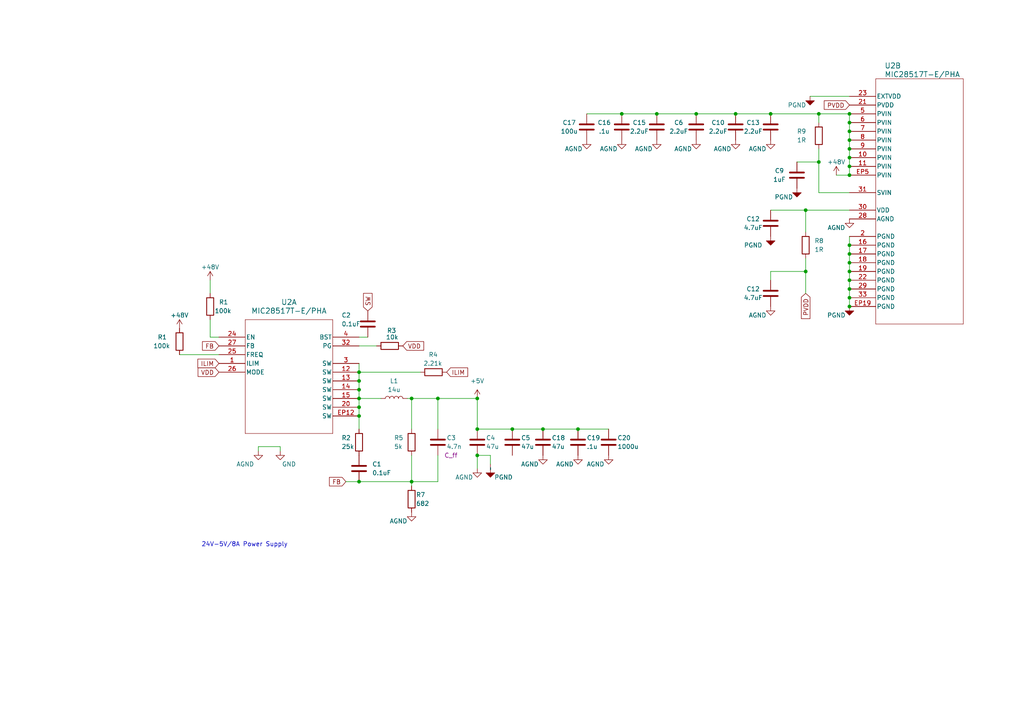
<source format=kicad_sch>
(kicad_sch (version 20230121) (generator eeschema)
  (paper "A4")
  (lib_symbols
    (symbol "Device:C" (pin_numbers hide) (pin_names (offset 0.254))
      (property "Reference" "C" (at 0.635 2.54 0))
      (property "Value" "C" (at 0.635 -2.54 0))
      (symbol "C_0_1"
        (polyline (pts (xy -2.032 -0.762) (xy 2.032 -0.762)) (stroke (width 0.508)))
        (polyline (pts (xy -2.032 0.762) (xy 2.032 0.762)) (stroke (width 0.508)))
      )
      (symbol "C_1_1"
        (pin passive line (at 0 3.81 270) (length 2.794) (name "~") (number "1"))
        (pin passive line (at 0 -3.81 90) (length 2.794) (name "~") (number "2"))
      )
    )
    (symbol "Device:L" (pin_numbers hide) (pin_names (offset 1.016) hide)
      (property "Reference" "L" (at -1.27 0 90))
      (property "Value" "L" (at 1.905 0 90))
      (symbol "L_0_1"
        (arc (start 0 -2.54) (mid 0.6323 -1.905) (end 0 -1.27))
        (arc (start 0 -1.27) (mid 0.6323 -0.635) (end 0 0))
        (arc (start 0 0) (mid 0.6323 0.635) (end 0 1.27))
        (arc (start 0 1.27) (mid 0.6323 1.905) (end 0 2.54))
      )
      (symbol "L_1_1"
        (pin passive line (at 0 3.81 270) (length 1.27) (name "1") (number "1"))
        (pin passive line (at 0 -3.81 90) (length 1.27) (name "2") (number "2"))
      )
    )
    (symbol "Device:R" (pin_numbers hide) (pin_names (offset 0))
      (property "Reference" "R" (at 2.032 0 90))
      (property "Value" "R" (at 0 0 90))
      (symbol "R_0_1"
        (rectangle (start -1.016 -2.54) (end 1.016 2.54) (stroke (width 0.254)))
      )
      (symbol "R_1_1"
        (pin passive line (at 0 3.81 270) (length 1.27) (name "~") (number "1"))
        (pin passive line (at 0 -3.81 90) (length 1.27) (name "~") (number "2"))
      )
    )
    (symbol "GND1_1" (power) (pin_names (offset 0))
      (property "Value" "PGND" (at 3.81 -2.54 0))
      (symbol "GND1_1_1_1"
        (polyline (pts (xy 0 0) (xy 0 -1.27) (xy 1.27 -1.27) (xy 0 -2.54) (xy -1.27 -1.27) (xy 0 -1.27)) (fill (type outline)))
        (pin power_in line (at 0 0 0) (length 0) hide (name "PGND") (number "1"))
      )
    )
    (symbol "GND_1" (power) (pin_names (offset 0))
      (property "Value" "GND_1" (at -3.81 -2.54 0))
      (symbol "GND_1_0_1"
        (polyline (pts (xy 0 0) (xy 0 -1.27) (xy 1.27 -1.27) (xy 0 -2.54) (xy -1.27 -1.27) (xy 0 -1.27)))
      )
      (symbol "GND_1_1_1"
        (pin power_in line (at 0 0 270) (length 0) hide (name "AGND") (number "1"))
      )
    )
    (symbol "MIC28517T-E-PHA:MIC28517T-E_PHA" (pin_names (offset 0.254))
      (property "Reference" "U" (at 20.32 10.16 0))
      (property "Value" "MIC28517T-E/PHA" (at 20.32 7.62 0))
      (symbol "MIC28517T-E_PHA_1_1"
        (polyline (pts (xy 7.62 -27.94) (xy 33.02 -27.94)) (stroke (width 0.127)))
        (polyline (pts (xy 7.62 5.08) (xy 7.62 -27.94)) (stroke (width 0.127)))
        (polyline (pts (xy 33.02 -27.94) (xy 33.02 5.08)) (stroke (width 0.127)))
        (polyline (pts (xy 33.02 5.08) (xy 7.62 5.08)) (stroke (width 0.127)))
        (pin input line (at 0 -7.62 0) (length 7.62) (name "ILIM") (number "1"))
        (pin output line (at 40.64 -10.16 180) (length 7.62) (name "SW") (number "12"))
        (pin output line (at 40.64 -12.7 180) (length 7.62) (name "SW") (number "13"))
        (pin output line (at 40.64 -15.24 180) (length 7.62) (name "SW") (number "14"))
        (pin output line (at 40.64 -17.78 180) (length 7.62) (name "SW") (number "15"))
        (pin output line (at 40.64 -20.32 180) (length 7.62) (name "SW") (number "20"))
        (pin input line (at 0 0 0) (length 7.62) (name "EN") (number "24"))
        (pin input line (at 0 -5.08 0) (length 7.62) (name "FREQ") (number "25"))
        (pin input line (at 0 -10.16 0) (length 7.62) (name "MODE") (number "26"))
        (pin input line (at 0 -2.54 0) (length 7.62) (name "FB") (number "27"))
        (pin output line (at 40.64 -7.62 180) (length 7.62) (name "SW") (number "3"))
        (pin output line (at 40.64 -2.54 180) (length 7.62) (name "PG") (number "32"))
        (pin output line (at 40.64 0 180) (length 7.62) (name "BST") (number "4"))
        (pin output line (at 40.64 -22.86 180) (length 7.62) (name "SW") (number "EP12"))
      )
      (symbol "MIC28517T-E_PHA_2_1"
        (polyline (pts (xy 7.62 -66.04) (xy 33.02 -66.04)) (stroke (width 0.127)))
        (polyline (pts (xy 7.62 5.08) (xy 7.62 -66.04)) (stroke (width 0.127)))
        (polyline (pts (xy 33.02 -66.04) (xy 33.02 5.08)) (stroke (width 0.127)))
        (polyline (pts (xy 33.02 5.08) (xy 7.62 5.08)) (stroke (width 0.127)))
        (pin power_in line (at 0 -17.78 0) (length 7.62) (name "PVIN") (number "10"))
        (pin power_in line (at 0 -20.32 0) (length 7.62) (name "PVIN") (number "11"))
        (pin power_out line (at 0 -43.18 0) (length 7.62) (name "PGND") (number "16"))
        (pin power_out line (at 0 -45.72 0) (length 7.62) (name "PGND") (number "17"))
        (pin power_out line (at 0 -48.26 0) (length 7.62) (name "PGND") (number "18"))
        (pin power_out line (at 0 -50.8 0) (length 7.62) (name "PGND") (number "19"))
        (pin power_out line (at 0 -40.64 0) (length 7.62) (name "PGND") (number "2"))
        (pin power_in line (at 0 -2.54 0) (length 7.62) (name "PVDD") (number "21"))
        (pin power_out line (at 0 -53.34 0) (length 7.62) (name "PGND") (number "22"))
        (pin power_in line (at 0 0 0) (length 7.62) (name "EXTVDD") (number "23"))
        (pin power_out line (at 0 -35.56 0) (length 7.62) (name "AGND") (number "28"))
        (pin power_out line (at 0 -55.88 0) (length 7.62) (name "PGND") (number "29"))
        (pin power_in line (at 0 -33.02 0) (length 7.62) (name "VDD") (number "30"))
        (pin power_in line (at 0 -27.94 0) (length 7.62) (name "SVIN") (number "31"))
        (pin power_out line (at 0 -58.42 0) (length 7.62) (name "PGND") (number "33"))
        (pin power_in line (at 0 -5.08 0) (length 7.62) (name "PVIN") (number "5"))
        (pin power_in line (at 0 -7.62 0) (length 7.62) (name "PVIN") (number "6"))
        (pin power_in line (at 0 -10.16 0) (length 7.62) (name "PVIN") (number "7"))
        (pin power_in line (at 0 -12.7 0) (length 7.62) (name "PVIN") (number "8"))
        (pin power_in line (at 0 -15.24 0) (length 7.62) (name "PVIN") (number "9"))
        (pin power_out line (at 0 -60.96 0) (length 7.62) (name "PGND") (number "EP19"))
        (pin power_in line (at 0 -22.86 0) (length 7.62) (name "PVIN") (number "EP5"))
      )
    )
    (symbol "dmx_components_library:gnd_bridge"
      (property "Reference" "B" (at 0 0 0))
      (symbol "gnd_bridge_0_1"
        (polyline (pts (xy 0 0) (xy 1.27 0)))
      )
      (symbol "gnd_bridge_1_1"
        (pin power_in line (at 0 0 270) (length 0) hide (name "1") (number "1"))
        (pin power_in line (at 1.27 0 270) (length 0) hide (name "2") (number "2"))
      )
    )
    (symbol "power:+48V" (power) (pin_names (offset 0))
      (property "Value" "+48V" (at 0 3.556 0))
      (symbol "+48V_0_1"
        (polyline (pts (xy -0.762 1.27) (xy 0 2.54)))
        (polyline (pts (xy 0 0) (xy 0 2.54)))
        (polyline (pts (xy 0 2.54) (xy 0.762 1.27)))
      )
      (symbol "+48V_1_1"
        (pin power_in line (at 0 0 90) (length 0) hide (name "+48V") (number "1"))
      )
    )
    (symbol "power:+5V" (power) (pin_names (offset 0))
      (property "Value" "+5V" (at 0 3.556 0))
      (symbol "+5V_0_1"
        (polyline (pts (xy -0.762 1.27) (xy 0 2.54)))
        (polyline (pts (xy 0 0) (xy 0 2.54)))
        (polyline (pts (xy 0 2.54) (xy 0.762 1.27)))
      )
      (symbol "+5V_1_1"
        (pin power_in line (at 0 0 90) (length 0) hide (name "+5V") (number "1"))
      )
    )
    (symbol "power:GND" (power) (pin_names (offset 0))
      (property "Value" "GND" (at 0 -3.81 0))
      (symbol "GND_0_1"
        (polyline (pts (xy 0 0) (xy 0 -1.27) (xy 1.27 -1.27) (xy 0 -2.54) (xy -1.27 -1.27) (xy 0 -1.27)))
      )
      (symbol "GND_1_1"
        (pin power_in line (at 0 0 270) (length 0) hide (name "GND") (number "1"))
      )
    )
  )
  (junction (at 237.49 46.99))
  (junction (at 157.48 124.46))
  (junction (at 233.68 78.74))
  (junction (at 104.14 118.11))
  (junction (at 246.38 50.8))
  (junction (at 119.38 115.57))
  (junction (at 246.38 33.02))
  (junction (at 104.14 113.03))
  (junction (at 246.38 88.9))
  (junction (at 138.43 124.46))
  (junction (at 233.68 60.96))
  (junction (at 104.14 107.95))
  (junction (at 148.59 124.46))
  (junction (at 138.43 115.57))
  (junction (at 246.38 76.2))
  (junction (at 138.43 132.08))
  (junction (at 167.64 124.46))
  (junction (at 246.38 48.26))
  (junction (at 246.38 83.82))
  (junction (at 127 115.57))
  (junction (at 180.34 33.02))
  (junction (at 104.14 120.65))
  (junction (at 246.38 73.66))
  (junction (at 246.38 35.56))
  (junction (at 246.38 81.28))
  (junction (at 213.36 33.02))
  (junction (at 246.38 40.64))
  (junction (at 246.38 45.72))
  (junction (at 104.14 110.49))
  (junction (at 246.38 43.18))
  (junction (at 246.38 78.74))
  (junction (at 246.38 38.1))
  (junction (at 237.49 33.02))
  (junction (at 246.38 86.36))
  (junction (at 201.93 33.02))
  (junction (at 190.5 33.02))
  (junction (at 104.14 115.57))
  (junction (at 246.38 71.12))
  (junction (at 119.38 139.7))
  (junction (at 104.14 139.7))
  (junction (at 223.52 33.02))
  (wire (pts (xy 246.38 48.26) (xy 246.38 45.72)))
  (wire (pts (xy 246.38 81.28) (xy 246.38 83.82)))
  (wire (pts (xy 201.93 33.02) (xy 213.36 33.02)))
  (wire (pts (xy 246.38 35.56) (xy 246.38 38.1)))
  (wire (pts (xy 119.38 139.7) (xy 127 139.7)))
  (wire (pts (xy 246.38 73.66) (xy 246.38 76.2)))
  (wire (pts (xy 60.96 81.28) (xy 60.96 85.09)))
  (wire (pts (xy 246.38 71.12) (xy 246.38 73.66)))
  (wire (pts (xy 246.38 38.1) (xy 246.38 40.64)))
  (wire (pts (xy 242.57 50.8) (xy 246.38 50.8)))
  (wire (pts (xy 118.11 115.57) (xy 119.38 115.57)))
  (wire (pts (xy 104.14 115.57) (xy 104.14 118.11)))
  (wire (pts (xy 119.38 115.57) (xy 119.38 124.46)))
  (wire (pts (xy 157.48 124.46) (xy 167.64 124.46)))
  (wire (pts (xy 104.14 110.49) (xy 104.14 113.03)))
  (wire (pts (xy 74.93 129.54) (xy 74.93 130.81)))
  (wire (pts (xy 119.38 132.08) (xy 119.38 139.7)))
  (wire (pts (xy 223.52 33.02) (xy 237.49 33.02)))
  (wire (pts (xy 104.14 118.11) (xy 104.14 120.65)))
  (wire (pts (xy 213.36 33.02) (xy 223.52 33.02)))
  (wire (pts (xy 104.14 120.65) (xy 104.14 124.46)))
  (wire (pts (xy 138.43 124.46) (xy 148.59 124.46)))
  (wire (pts (xy 233.68 60.96) (xy 233.68 67.31)))
  (wire (pts (xy 119.38 140.97) (xy 119.38 139.7)))
  (wire (pts (xy 127 139.7) (xy 127 132.08)))
  (wire (pts (xy 246.38 86.36) (xy 246.38 88.9)))
  (wire (pts (xy 237.49 46.99) (xy 237.49 55.88)))
  (wire (pts (xy 246.38 40.64) (xy 246.38 43.18)))
  (wire (pts (xy 138.43 132.08) (xy 138.43 135.89)))
  (wire (pts (xy 233.68 60.96) (xy 246.38 60.96)))
  (wire (pts (xy 104.14 113.03) (xy 104.14 115.57)))
  (wire (pts (xy 234.95 27.94) (xy 246.38 27.94)))
  (wire (pts (xy 246.38 78.74) (xy 246.38 81.28)))
  (wire (pts (xy 180.34 33.02) (xy 190.5 33.02)))
  (wire (pts (xy 246.38 33.02) (xy 246.38 35.56)))
  (wire (pts (xy 246.38 45.72) (xy 246.38 43.18)))
  (wire (pts (xy 81.28 129.54) (xy 74.93 129.54)))
  (wire (pts (xy 237.49 55.88) (xy 246.38 55.88)))
  (wire (pts (xy 237.49 33.02) (xy 246.38 33.02)))
  (wire (pts (xy 246.38 48.26) (xy 246.38 50.8)))
  (wire (pts (xy 170.18 33.02) (xy 180.34 33.02)))
  (wire (pts (xy 246.38 76.2) (xy 246.38 78.74)))
  (wire (pts (xy 246.38 83.82) (xy 246.38 86.36)))
  (wire (pts (xy 119.38 115.57) (xy 127 115.57)))
  (wire (pts (xy 246.38 68.58) (xy 246.38 71.12)))
  (wire (pts (xy 52.07 102.87) (xy 63.5 102.87)))
  (wire (pts (xy 138.43 132.08) (xy 142.24 132.08)))
  (wire (pts (xy 148.59 124.46) (xy 157.48 124.46)))
  (wire (pts (xy 104.14 107.95) (xy 121.92 107.95)))
  (wire (pts (xy 223.52 81.28) (xy 223.52 78.74)))
  (wire (pts (xy 237.49 33.02) (xy 237.49 35.56)))
  (wire (pts (xy 100.33 139.7) (xy 104.14 139.7)))
  (wire (pts (xy 223.52 78.74) (xy 233.68 78.74)))
  (wire (pts (xy 104.14 100.33) (xy 109.22 100.33)))
  (wire (pts (xy 60.96 97.79) (xy 63.5 97.79)))
  (wire (pts (xy 142.24 132.08) (xy 142.24 134.62)))
  (wire (pts (xy 190.5 33.02) (xy 201.93 33.02)))
  (wire (pts (xy 127 115.57) (xy 138.43 115.57)))
  (wire (pts (xy 127 124.46) (xy 127 115.57)))
  (wire (pts (xy 81.28 130.81) (xy 81.28 129.54)))
  (wire (pts (xy 237.49 43.18) (xy 237.49 46.99)))
  (wire (pts (xy 223.52 60.96) (xy 233.68 60.96)))
  (wire (pts (xy 231.14 46.99) (xy 237.49 46.99)))
  (wire (pts (xy 104.14 139.7) (xy 119.38 139.7)))
  (wire (pts (xy 233.68 74.93) (xy 233.68 78.74)))
  (wire (pts (xy 104.14 115.57) (xy 110.49 115.57)))
  (wire (pts (xy 104.14 107.95) (xy 104.14 110.49)))
  (wire (pts (xy 167.64 124.46) (xy 176.53 124.46)))
  (wire (pts (xy 60.96 92.71) (xy 60.96 97.79)))
  (wire (pts (xy 138.43 115.57) (xy 138.43 124.46)))
  (wire (pts (xy 104.14 105.41) (xy 104.14 107.95)))
  (wire (pts (xy 106.68 97.79) (xy 104.14 97.79)))
  (wire (pts (xy 233.68 78.74) (xy 233.68 85.09)))
  (text "24V-5V/8A Power Supply\n" (at 58.42 158.75 0) (effects (font (size 1.27 1.27)) (justify left bottom)))
  (global_label "PVDD" (shape input) (at 246.38 30.48 180) (property "Intersheetrefs" "${INTERSHEET_REFS}" (effects hide)))
  (global_label "ILIM" (shape input) (at 63.5 105.41 180) (property "Intersheetrefs" "${INTERSHEET_REFS}" (effects hide)))
  (global_label "VDD" (shape input) (at 63.5 107.95 180) (property "Intersheetrefs" "${INTERSHEET_REFS}" (effects hide)))
  (global_label "FB" (shape input) (at 100.33 139.7 180) (property "Intersheetrefs" "${INTERSHEET_REFS}" (effects hide)))
  (global_label "SW" (shape input) (at 106.68 90.17 90) (property "Intersheetrefs" "${INTERSHEET_REFS}" (effects hide)))
  (global_label "VDD" (shape input) (at 116.84 100.33 0) (property "Intersheetrefs" "${INTERSHEET_REFS}" (effects hide)))
  (global_label "PVDD" (shape input) (at 233.68 85.09 270) (property "Intersheetrefs" "${INTERSHEET_REFS}" (effects hide)))
  (global_label "FB" (shape input) (at 63.5 100.33 180) (property "Intersheetrefs" "${INTERSHEET_REFS}" (effects hide)))
  (global_label "ILIM" (shape input) (at 129.54 107.95 0) (property "Intersheetrefs" "${INTERSHEET_REFS}" (effects hide)))
  (symbol (lib_id "Device:C") (at 223.52 36.83 180) (unit 1)
    (property "Reference" "C13" (at 218.44 35.56 0))
    (property "Value" "2.2uF" (at 218.44 38.1 0))
    (instances (project "dmxRx" (path "" (reference "C13") (unit 1)) (path "" (reference "C34") (unit 1))))
  )
  (symbol (lib_name "GND_1") (lib_id "power:GND") (at 190.5 40.64 0) (unit 1)
    (property "Reference" "#PWR043" (effects hide))
    (property "Value" "AGND" (at 186.69 43.18 0))
    (instances (project "dmxRx" (path "" (reference "#PWR043") (unit 1)) (path "" (reference "#PWR062") (unit 1))))
  )
  (symbol (lib_id "power:+48V") (at 242.57 50.8 0) (unit 1)
    (property "Reference" "#PWR033" (effects hide))
    (property "Value" "+48V" (at 242.57 46.99 0))
    (instances (project "dmxRx" (path "" (reference "#PWR033") (unit 1)) (path "" (reference "#PWR070") (unit 1))))
  )
  (symbol (lib_name "GND1_1") (lib_id "power:GND1") (at 142.24 135.89 0) (unit 1)
    (property "Reference" "#PWR014" (effects hide))
    (property "Value" "PGND" (at 146.05 138.43 0))
    (instances (project "dmxRx" (path "" (reference "#PWR014") (unit 1)) (path "" (reference "#PWR056") (unit 1))))
  )
  (symbol (lib_id "Device:C") (at 104.14 135.89 0) (unit 1)
    (property "Reference" "C1" (at 107.95 134.62 0) (effects (justify left)))
    (property "Value" "0.1uF" (at 107.95 137.16 0) (effects (justify left)))
    (instances (project "dmxRx" (path "" (reference "C1") (unit 1)) (path "" (reference "C21") (unit 1))))
  )
  (symbol (lib_id "Device:R") (at 125.73 107.95 90) (unit 1)
    (property "Reference" "R4" (at 127 102.87 90) (effects (justify left)))
    (property "Value" "2.21k" (at 128.27 105.41 90) (effects (justify left)))
    (property "Footprint" "Resistor_SMD:R_0402_1005Metric_Pad0.72x0.64mm_HandSolder" (effects hide))
    (property "Vendor" "https://www.digikey.com/en/products/detail/yageo/RC0402FR-072K21L/726554" (effects hide))
    (instances (project "dmxRx" (path "" (reference "R4") (unit 1)) (path "" (reference "R19") (unit 1))))
  )
  (symbol (lib_id "power:+5V") (at 138.43 115.57 0) (unit 1)
    (property "Reference" "#PWR012" (effects hide))
    (property "Value" "+5V" (at 138.43 110.49 0))
    (instances (project "dmxRx" (path "" (reference "#PWR012") (unit 1)) (path "" (reference "#PWR054") (unit 1))))
  )
  (symbol (lib_id "Device:R") (at 233.68 71.12 0) (unit 1)
    (property "Reference" "R8" (at 236.22 69.85 0) (effects (justify left)))
    (property "Value" "1R" (at 236.22 72.39 0) (effects (justify left)))
    (property "Footprint" "Resistor_SMD:R_0201_0603Metric_Pad0.64x0.40mm_HandSolder" (effects hide))
    (instances (project "dmxRx" (path "" (reference "R8") (unit 1)) (path "" (reference "R20") (unit 1))))
  )
  (symbol (lib_id "Device:C") (at 148.59 128.27 0) (unit 1)
    (property "Reference" "C5" (at 151.13 127 0) (effects (justify left)))
    (property "Value" "47u" (at 151.13 129.54 0) (effects (justify left)))
    (instances (project "dmxRx" (path "" (reference "C5") (unit 1)) (path "" (reference "C25") (unit 1))))
  )
  (symbol (lib_id "Device:C") (at 201.93 36.83 180) (unit 1)
    (property "Reference" "C6" (at 196.85 35.56 0))
    (property "Value" "2.2uF" (at 196.85 38.1 0))
    (instances (project "dmxRx" (path "" (reference "C6") (unit 1)) (path "" (reference "C32") (unit 1))))
  )
  (symbol (lib_id "Device:C") (at 190.5 36.83 180) (unit 1)
    (property "Reference" "C15" (at 185.42 35.56 0))
    (property "Value" "2.2uF" (at 185.42 38.1 0))
    (instances (project "dmxRx" (path "" (reference "C15") (unit 1)) (path "" (reference "C31") (unit 1))))
  )
  (symbol (lib_name "GND_1") (lib_id "power:GND") (at 213.36 40.64 0) (unit 1)
    (property "Reference" "#PWR031" (effects hide))
    (property "Value" "AGND" (at 209.55 43.18 0))
    (instances (project "dmxRx" (path "" (reference "#PWR031") (unit 1)) (path "" (reference "#PWR064") (unit 1))))
  )
  (symbol (lib_id "Device:R") (at 52.07 99.06 0) (unit 1)
    (property "Reference" "R1" (at 45.72 97.79 0) (effects (justify left)))
    (property "Value" "100k" (at 44.45 100.33 0) (effects (justify left)))
    (property "Footprint" "Resistor_SMD:R_0402_1005Metric_Pad0.72x0.64mm_HandSolder" (effects hide))
    (property "Vendor" "https://www.digikey.com/en/products/detail/susumu/RR0510P-104-D/432443" (effects hide))
  )
  (symbol (lib_id "Device:C") (at 223.52 64.77 180) (unit 1)
    (property "Reference" "C12" (at 218.44 63.5 0))
    (property "Value" "4.7uF" (at 218.44 66.04 0))
    (instances (project "dmxRx" (path "" (reference "C12") (unit 1)) (path "" (reference "C1") (unit 1))))
  )
  (symbol (lib_id "Device:C") (at 180.34 36.83 180) (unit 1)
    (property "Reference" "C16" (at 175.26 35.56 0))
    (property "Value" ".1u" (at 175.26 38.1 0))
    (instances (project "dmxRx" (path "" (reference "C16") (unit 1)) (path "" (reference "C29") (unit 1))))
  )
  (symbol (lib_id "power:GND") (at 81.28 130.81 0) (unit 1)
    (property "Reference" "#PWR010" (effects hide))
    (property "Value" "GND" (at 83.82 134.62 0))
    (instances (project "dmxRx" (path "" (reference "#PWR010") (unit 1)) (path "" (reference "#PWR052") (unit 1))))
  )
  (symbol (lib_id "Device:C") (at 231.14 50.8 180) (unit 1)
    (property "Reference" "C9" (at 226.06 49.53 0))
    (property "Value" "1uF" (at 226.06 52.07 0))
    (instances (project "dmxRx" (path "" (reference "C9") (unit 1)) (path "" (reference "C37") (unit 1))))
  )
  (symbol (lib_name "GND_1") (lib_id "power:GND") (at 170.18 40.64 0) (unit 1)
    (property "Reference" "#PWR045" (effects hide))
    (property "Value" "AGND" (at 166.37 43.18 0))
    (instances (project "dmxRx" (path "" (reference "#PWR045") (unit 1)) (path "" (reference "#PWR058") (unit 1))))
  )
  (symbol (lib_id "Device:R") (at 119.38 128.27 0) (unit 1)
    (property "Reference" "R5" (at 114.3 127 0) (effects (justify left)))
    (property "Value" "5k" (at 114.3 129.54 0) (effects (justify left)))
    (property "Footprint" "Resistor_SMD:R_0201_0603Metric_Pad0.64x0.40mm_HandSolder" (effects hide))
    (property "Vendor" "https://www.digikey.com/en/products/detail/yageo/RT0603BRE075KL/7708365" (effects hide))
    (instances (project "dmxRx" (path "" (reference "R5") (unit 1)) (path "" (reference "R17") (unit 1))))
  )
  (symbol (lib_name "GND_1") (lib_id "power:GND") (at 176.53 132.08 0) (unit 1)
    (property "Reference" "#PWR046" (effects hide))
    (property "Value" "AGND" (at 172.72 134.62 0))
    (instances (project "dmxRx" (path "" (reference "#PWR046") (unit 1)) (path "" (reference "#PWR061") (unit 1))))
  )
  (symbol (lib_name "GND_1") (lib_id "power:GND") (at 74.93 130.81 0) (unit 1)
    (property "Reference" "#PWR08" (effects hide))
    (property "Value" "AGND" (at 71.12 134.62 0))
    (instances (project "dmxRx" (path "" (reference "#PWR08") (unit 1)) (path "" (reference "#PWR051") (unit 1))))
  )
  (symbol (lib_id "Device:C") (at 213.36 36.83 180) (unit 1)
    (property "Reference" "C10" (at 208.28 35.56 0))
    (property "Value" "2.2uF" (at 208.28 38.1 0))
    (instances (project "dmxRx" (path "" (reference "C10") (unit 1)) (path "" (reference "C33") (unit 1))))
  )
  (symbol (lib_name "GND_1") (lib_id "power:GND") (at 246.38 63.5 0) (unit 1)
    (property "Reference" "#PWR034" (effects hide))
    (property "Value" "AGND" (at 242.57 66.04 0))
    (instances (project "dmxRx" (path "" (reference "#PWR034") (unit 1)) (path "" (reference "#PWR071") (unit 1))))
  )
  (symbol (lib_name "GND1_1") (lib_id "power:GND1") (at 246.38 88.9 0) (unit 1)
    (property "Reference" "#PWR039" (effects hide))
    (property "Value" "PGND" (at 242.57 91.44 0))
    (instances (project "dmxRx" (path "" (reference "#PWR039") (unit 1)) (path "" (reference "#PWR072") (unit 1))))
  )
  (symbol (lib_name "GND_1") (lib_id "power:GND") (at 223.52 88.9 0) (unit 1)
    (property "Reference" "#PWR030" (effects hide))
    (property "Value" "AGND" (at 219.71 91.44 0))
    (instances (project "dmxRx" (path "" (reference "#PWR030") (unit 1)) (path "" (reference "#PWR067") (unit 1))))
  )
  (symbol (lib_id "power:+48V") (at 52.07 95.25 0) (unit 1)
    (property "Reference" "#PWR06" (effects hide))
    (property "Value" "+48V" (at 52.07 91.44 0))
  )
  (symbol (lib_name "GND_1") (lib_id "power:GND") (at 138.43 135.89 0) (unit 1)
    (property "Reference" "#PWR013" (effects hide))
    (property "Value" "AGND" (at 134.62 138.43 0))
    (instances (project "dmxRx" (path "" (reference "#PWR013") (unit 1)) (path "" (reference "#PWR055") (unit 1))))
  )
  (symbol (lib_id "power:+48V") (at 60.96 81.28 0) (unit 1)
    (property "Reference" "#PWR07" (effects hide))
    (property "Value" "+48V" (at 60.96 77.47 0))
    (instances (project "dmxRx" (path "" (reference "#PWR07") (unit 1)) (path "" (reference "#PWR050") (unit 1))))
  )
  (symbol (lib_id "dmx_components_library:gnd_bridge") (at 142.24 135.89 90) (unit 1)
    (property "Reference" "B1" (effects hide))
    (property "Value" "~" (at 142.24 135.89 0))
    (property "Footprint" "gnd_bridge:gnd_bridge" (effects hide))
    (property "Vendor" "N/A" (effects hide))
    (instances (project "dmxRx" (path "" (reference "B1") (unit 1)) (path "" (reference "B2") (unit 1))))
  )
  (symbol (lib_id "Device:R") (at 113.03 100.33 90) (unit 1)
    (property "Reference" "R3" (at 114.935 95.885 90) (effects (justify left)))
    (property "Value" "10k" (at 115.57 97.79 90) (effects (justify left)))
    (property "Footprint" "Resistor_SMD:R_0402_1005Metric_Pad0.72x0.64mm_HandSolder" (effects hide))
    (property "Vendor" "https://www.digikey.com/en/products/detail/yageo/AC0402FR-0710KL/5895030" (effects hide))
    (instances (project "dmxRx" (path "" (reference "R3") (unit 1)) (path "" (reference "R16") (unit 1))))
  )
  (symbol (lib_name "GND_1") (lib_id "power:GND") (at 157.48 132.08 0) (unit 1)
    (property "Reference" "#PWR048" (effects hide))
    (property "Value" "AGND" (at 153.67 134.62 0))
    (instances (project "dmxRx" (path "" (reference "#PWR048") (unit 1)) (path "" (reference "#PWR057") (unit 1))))
  )
  (symbol (lib_id "Device:C") (at 167.64 128.27 0) (unit 1)
    (property "Reference" "C19" (at 170.18 127 0) (effects (justify left)))
    (property "Value" ".1u" (at 170.18 129.54 0) (effects (justify left)))
    (instances (project "dmxRx" (path "" (reference "C19") (unit 1)) (path "" (reference "C28") (unit 1))))
  )
  (symbol (lib_name "GND_1") (lib_id "power:GND") (at 180.34 40.64 0) (unit 1)
    (property "Reference" "#PWR044" (effects hide))
    (property "Value" "AGND" (at 176.53 43.18 0))
    (instances (project "dmxRx" (path "" (reference "#PWR044") (unit 1)) (path "" (reference "#PWR060") (unit 1))))
  )
  (symbol (lib_name "GND_1") (lib_id "power:GND") (at 223.52 40.64 0) (unit 1)
    (property "Reference" "#PWR040" (effects hide))
    (property "Value" "AGND" (at 219.71 43.18 0))
    (instances (project "dmxRx" (path "" (reference "#PWR040") (unit 1)) (path "" (reference "#PWR065") (unit 1))))
  )
  (symbol (lib_id "Device:C") (at 127 128.27 0) (unit 1)
    (property "Reference" "C3" (at 129.54 127 0) (effects (justify left)))
    (property "Value" "4.7n" (at 129.54 129.54 0) (effects (justify left)))
    (property "Purpose" "C_ff" (at 130.81 132.08 0))
    (instances (project "dmxRx" (path "" (reference "C3") (unit 1)) (path "" (reference "C23") (unit 1))))
  )
  (symbol (lib_id "Device:C") (at 176.53 128.27 0) (unit 1)
    (property "Reference" "C20" (at 179.07 127 0) (effects (justify left)))
    (property "Value" "1000u" (at 179.07 129.54 0) (effects (justify left)))
    (instances (project "dmxRx" (path "" (reference "C20") (unit 1)) (path "" (reference "C30") (unit 1))))
  )
  (symbol (lib_id "Device:C") (at 170.18 36.83 180) (unit 1)
    (property "Reference" "C17" (at 165.1 35.56 0))
    (property "Value" "100u" (at 165.1 38.1 0))
    (instances (project "dmxRx" (path "" (reference "C17") (unit 1)) (path "" (reference "C27") (unit 1))))
  )
  (symbol (lib_id "Device:C") (at 106.68 93.98 0) (unit 1)
    (property "Reference" "C2" (at 99.06 91.44 0) (effects (justify left)))
    (property "Value" "0.1uF" (at 99.06 93.98 0) (effects (justify left)))
    (property "Purpose" "C_boostrap" (effects hide))
    (instances (project "dmxRx" (path "" (reference "C2") (unit 1)) (path "" (reference "C22") (unit 1))))
  )
  (symbol (lib_name "GND1_1") (lib_id "power:GND1") (at 234.95 27.94 0) (unit 1)
    (property "Reference" "#PWR032" (effects hide))
    (property "Value" "PGND" (at 231.14 30.48 0))
    (instances (project "dmxRx" (path "" (reference "#PWR032") (unit 1)) (path "" (reference "#PWR069") (unit 1))))
  )
  (symbol (lib_id "MIC28517T-E-PHA:MIC28517T-E_PHA") (at 63.5 97.79 0) (unit 1)
    (property "Reference" "U2" (at 83.82 87.63 0) (effects (font (size 1.524 1.524))))
    (property "Value" "MIC28517T-E/PHA" (at 83.82 90.17 0) (effects (font (size 1.524 1.524))))
    (property "Footprint" "VQFN32_6X6_3EP_PHA_MCH" (effects hide))
    (property "Datasheet" "MIC28517T-E/PHA" (effects hide))
    (property "Vendor" "https://www.microchip.com/en-us/product/mic28517#purchase-from-store" (effects hide))
    (instances (project "dmxRx" (path "" (reference "U2") (unit 1)) (path "" (reference "U4") (unit 1))))
  )
  (symbol (lib_name "GND_1") (lib_id "power:GND") (at 201.93 40.64 0) (unit 1)
    (property "Reference" "#PWR042" (effects hide))
    (property "Value" "AGND" (at 198.12 43.18 0))
    (instances (project "dmxRx" (path "" (reference "#PWR042") (unit 1)) (path "" (reference "#PWR063") (unit 1))))
  )
  (symbol (lib_id "Device:C") (at 138.43 128.27 0) (unit 1)
    (property "Reference" "C4" (at 140.97 127 0) (effects (justify left)))
    (property "Value" "47u" (at 140.97 129.54 0) (effects (justify left)))
    (instances (project "dmxRx" (path "" (reference "C4") (unit 1)) (path "" (reference "C24") (unit 1))))
  )
  (symbol (lib_name "GND1_1") (lib_id "power:GND1") (at 223.52 68.58 0) (unit 1)
    (property "Reference" "#PWR028" (effects hide))
    (property "Value" "PGND" (at 218.44 71.12 0))
    (instances (project "dmxRx" (path "" (reference "#PWR028") (unit 1)) (path "" (reference "#PWR066") (unit 1))))
  )
  (symbol (lib_id "Device:R") (at 104.14 128.27 0) (unit 1)
    (property "Reference" "R2" (at 99.06 127 0) (effects (justify left)))
    (property "Value" "25k" (at 99.06 129.54 0) (effects (justify left)))
    (instances (project "dmxRx" (path "" (reference "R2") (unit 1)) (path "" (reference "R11") (unit 1))))
  )
  (symbol (lib_id "Device:R") (at 119.38 144.78 0) (unit 1)
    (property "Reference" "R7" (at 120.65 143.51 0) (effects (justify left)))
    (property "Value" "682" (at 120.65 146.05 0) (effects (justify left)))
    (property "Footprint" "Resistor_SMD:R_0201_0603Metric_Pad0.64x0.40mm_HandSolder" (effects hide))
    (property "Vendor" "https://www.digikey.com/en/products/detail/walsin-technology-corporation/WR06X6800FTL/13240808" (effects hide))
    (instances (project "dmxRx" (path "" (reference "R7") (unit 1)) (path "" (reference "R18") (unit 1))))
  )
  (symbol (lib_id "Device:R") (at 237.49 39.37 0) (unit 1)
    (property "Reference" "R9" (at 231.14 38.1 0) (effects (justify left)))
    (property "Value" "1R" (at 231.14 40.64 0) (effects (justify left)))
    (instances (project "dmxRx" (path "" (reference "R9") (unit 1)) (path "" (reference "R21") (unit 1))))
  )
  (symbol (lib_name "GND1_1") (lib_id "power:GND1") (at 231.14 54.61 0) (unit 1)
    (property "Reference" "#PWR026" (effects hide))
    (property "Value" "PGND" (at 227.33 57.15 0))
    (instances (project "dmxRx" (path "" (reference "#PWR026") (unit 1)) (path "" (reference "#PWR068") (unit 1))))
  )
  (symbol (lib_name "GND_1") (lib_id "power:GND") (at 167.64 132.08 0) (unit 1)
    (property "Reference" "#PWR047" (effects hide))
    (property "Value" "AGND" (at 163.83 134.62 0))
    (instances (project "dmxRx" (path "" (reference "#PWR047") (unit 1)) (path "" (reference "#PWR059") (unit 1))))
  )
  (symbol (lib_name "GND_1") (lib_id "power:GND") (at 119.38 148.59 0) (unit 1)
    (property "Reference" "#PWR011" (effects hide))
    (property "Value" "AGND" (at 115.57 151.13 0))
    (instances (project "dmxRx" (path "" (reference "#PWR011") (unit 1)) (path "" (reference "#PWR053") (unit 1))))
  )
  (symbol (lib_id "MIC28517T-E-PHA:MIC28517T-E_PHA") (at 246.38 27.94 0) (unit 2)
    (property "Reference" "U2" (at 256.54 19.05 0) (effects (font (size 1.524 1.524)) (justify left)))
    (property "Value" "MIC28517T-E/PHA" (at 256.54 21.59 0) (effects (font (size 1.524 1.524)) (justify left)))
    (property "Footprint" "VQFN32_6X6_3EP_PHA_MCH" (effects hide))
    (property "Datasheet" "MIC28517T-E/PHA" (effects hide))
    (property "Vendor" "https://www.microchip.com/en-us/product/mic28517#purchase-from-store" (effects hide))
    (instances (project "dmxRx" (path "" (reference "U2") (unit 2)) (path "" (reference "U4") (unit 2))))
  )
  (symbol (lib_id "Device:C") (at 157.48 128.27 0) (unit 1)
    (property "Reference" "C18" (at 160.02 127 0) (effects (justify left)))
    (property "Value" "47u" (at 160.02 129.54 0) (effects (justify left)))
    (instances (project "dmxRx" (path "" (reference "C18") (unit 1)) (path "" (reference "C26") (unit 1))))
  )
  (symbol (lib_id "Device:R") (at 60.96 88.9 0) (unit 1)
    (property "Reference" "R1" (at 63.5 87.63 0) (effects (justify left)))
    (property "Value" "100k" (at 62.23 90.17 0) (effects (justify left)))
    (property "Footprint" "Resistor_SMD:R_0402_1005Metric_Pad0.72x0.64mm_HandSolder" (effects hide))
    (property "Vendor" "https://www.digikey.com/en/products/detail/susumu/RR0510P-104-D/432443" (effects hide))
    (instances (project "dmxRx" (path "" (reference "R1") (unit 1)) (path "" (reference "R2") (unit 1))))
  )
  (symbol (lib_id "Device:C") (at 223.52 85.09 180) (unit 1)
    (property "Reference" "C12" (at 218.44 83.82 0))
    (property "Value" "4.7uF" (at 218.44 86.36 0))
    (instances (project "dmxRx" (path "" (reference "C12") (unit 1)) (path "" (reference "C36") (unit 1))))
  )
  (symbol (lib_id "Device:L") (at 114.3 115.57 90) (unit 1)
    (property "Reference" "L1" (at 114.3 110.49 90))
    (property "Value" "14u" (at 114.3 113.03 90))
    (property "Vendor" "https://www.we-online.com/components/products/datasheet/74404054150.pdf" (effects hide))
    (instances (project "dmxRx" (path "" (reference "L1") (unit 1)) (path "" (reference "L2") (unit 1))))
  )
)
</source>
